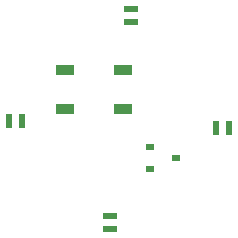
<source format=gbr>
%TF.GenerationSoftware,KiCad,Pcbnew,7.0.5*%
%TF.CreationDate,2023-06-14T21:13:02-05:00*%
%TF.ProjectId,VoidSwitch,566f6964-5377-4697-9463-682e6b696361,rev?*%
%TF.SameCoordinates,Original*%
%TF.FileFunction,Soldermask,Top*%
%TF.FilePolarity,Negative*%
%FSLAX46Y46*%
G04 Gerber Fmt 4.6, Leading zero omitted, Abs format (unit mm)*
G04 Created by KiCad (PCBNEW 7.0.5) date 2023-06-14 21:13:02*
%MOMM*%
%LPD*%
G01*
G04 APERTURE LIST*
%ADD10R,0.800001X0.549999*%
%ADD11R,1.193800X0.609600*%
%ADD12R,0.609600X1.193800*%
%ADD13R,1.500000X0.900000*%
G04 APERTURE END LIST*
D10*
%TO.C,U1*%
X151000000Y-99049999D03*
X151000000Y-100949998D03*
X153200000Y-100000000D03*
%TD*%
D11*
%TO.C,J4*%
X149400000Y-88499999D03*
X149400000Y-87399999D03*
%TD*%
%TO.C,J3*%
X147638100Y-105991601D03*
X147638100Y-104891601D03*
%TD*%
D12*
%TO.C,J2*%
X157700001Y-97465100D03*
X156600001Y-97465100D03*
%TD*%
%TO.C,J1*%
X140199999Y-96900000D03*
X139099999Y-96900000D03*
%TD*%
D13*
%TO.C,D1*%
X143850000Y-92550000D03*
X143850000Y-95850000D03*
X148750000Y-95850000D03*
X148750000Y-92550000D03*
%TD*%
M02*

</source>
